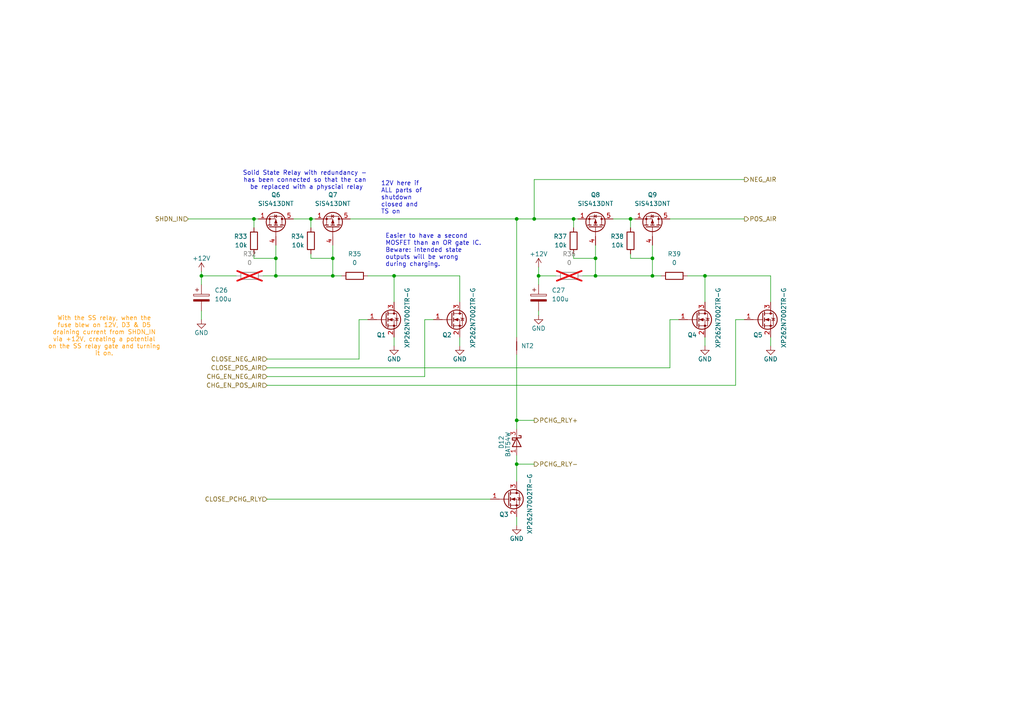
<source format=kicad_sch>
(kicad_sch (version 20231120) (generator "eeschema") (generator_version "8.0")
  (paper "A4")
  (title_block (title "TSAC Relay Controller") (date "2023-04-27") (rev "2.0.0") (company "SUFST - Southampton University Formula Student Team") (comment 1 "STAG 9") (comment 2 "Tim Brewis") (comment 3 "Max O'Brien, Marek Frodyma"))
  (lib_symbols
    (symbol "Device:C_Polarized" (pin_numbers hide) (pin_names (offset 0.254))
      (property "Reference" "C" (at 0.635 2.54 0))
      (property "Value" "C_Polarized" (at 0.635 -2.54 0))
      (symbol "C_Polarized_0_1"
        (rectangle (start -2.286 0.508) (end 2.286 1.016))
        (polyline (pts (xy -1.778 2.286) (xy -0.762 2.286)))
        (polyline (pts (xy -1.27 2.794) (xy -1.27 1.778)))
        (rectangle (start 2.286 -0.508) (end -2.286 -1.016) (fill (type outline)))
      )
      (symbol "C_Polarized_1_1"
        (pin passive line (at 0 3.81 270) (length 2.794) (name "~") (number "1"))
        (pin passive line (at 0 -3.81 90) (length 2.794) (name "~") (number "2"))
      )
    )
    (symbol "Device:NetTie_2" (pin_numbers hide) (pin_names (offset 0) hide) (in_bom no)
      (property "Reference" "NT" (at 0 1.27 0))
      (property "Value" "NetTie_2" (at 0 -1.27 0))
      (symbol "NetTie_2_0_1"
        (polyline (pts (xy -1.27 0) (xy 1.27 0)) (stroke (width 0.254)))
      )
      (symbol "NetTie_2_1_1"
        (pin passive line (at -2.54 0 0) (length 2.54) (name "1") (number "1"))
        (pin passive line (at 2.54 0 180) (length 2.54) (name "2") (number "2"))
      )
    )
    (symbol "Device:Q_NMOS_GSD" (pin_names (offset 0) hide)
      (property "Reference" "Q" (at 5.08 1.27 0))
      (property "Value" "Q_NMOS_GSD" (at 5.08 -1.27 0))
      (symbol "Q_NMOS_GSD_0_1"
        (polyline (pts (xy 0.254 0) (xy -2.54 0)))
        (polyline (pts (xy 0.254 1.905) (xy 0.254 -1.905)) (stroke (width 0.254)))
        (polyline (pts (xy 0.762 -1.27) (xy 0.762 -2.286)) (stroke (width 0.254)))
        (polyline (pts (xy 0.762 0.508) (xy 0.762 -0.508)) (stroke (width 0.254)))
        (polyline (pts (xy 0.762 2.286) (xy 0.762 1.27)) (stroke (width 0.254)))
        (polyline (pts (xy 2.54 2.54) (xy 2.54 1.778)))
        (polyline (pts (xy 2.54 -2.54) (xy 2.54 0) (xy 0.762 0)))
        (polyline (pts (xy 0.762 -1.778) (xy 3.302 -1.778) (xy 3.302 1.778) (xy 0.762 1.778)))
        (polyline (pts (xy 1.016 0) (xy 2.032 0.381) (xy 2.032 -0.381) (xy 1.016 0)) (fill (type outline)))
        (polyline (pts (xy 2.794 0.508) (xy 2.921 0.381) (xy 3.683 0.381) (xy 3.81 0.254)))
        (polyline (pts (xy 3.302 0.381) (xy 2.921 -0.254) (xy 3.683 -0.254) (xy 3.302 0.381)))
        (circle (center 1.651 0) (radius 2.794) (stroke (width 0.254)))
        (circle (center 2.54 -1.778) (radius 0.254) (fill (type outline)))
        (circle (center 2.54 1.778) (radius 0.254) (fill (type outline)))
      )
      (symbol "Q_NMOS_GSD_1_1"
        (pin input line (at -5.08 0 0) (length 2.54) (name "G") (number "1"))
        (pin passive line (at 2.54 -5.08 90) (length 2.54) (name "S") (number "2"))
        (pin passive line (at 2.54 5.08 270) (length 2.54) (name "D") (number "3"))
      )
    )
    (symbol "Device:R" (pin_numbers hide) (pin_names (offset 0))
      (property "Reference" "R" (at 2.032 0 90))
      (property "Value" "R" (at 0 0 90))
      (symbol "R_0_1"
        (rectangle (start -1.016 -2.54) (end 1.016 2.54) (stroke (width 0.254)))
      )
      (symbol "R_1_1"
        (pin passive line (at 0 3.81 270) (length 1.27) (name "~") (number "1"))
        (pin passive line (at 0 -3.81 90) (length 1.27) (name "~") (number "2"))
      )
    )
    (symbol "Diode:BAT54W" (pin_names (offset 1.016) hide)
      (property "Reference" "D" (at 0 2.54 0))
      (property "Value" "BAT54W" (at 0 -2.54 0))
      (symbol "BAT54W_0_1"
        (polyline (pts (xy 1.27 0) (xy -1.27 0)))
        (polyline (pts (xy 1.27 1.27) (xy 1.27 -1.27) (xy -1.27 0) (xy 1.27 1.27)) (stroke (width 0.254)))
        (polyline (pts (xy -1.905 0.635) (xy -1.905 1.27) (xy -1.27 1.27) (xy -1.27 -1.27) (xy -0.635 -1.27) (xy -0.635 -0.635)) (stroke (width 0.254)))
      )
      (symbol "BAT54W_1_1"
        (pin passive line (at 3.81 0 180) (length 2.54) (name "A") (number "1"))
        (pin no_connect line (at 0 0 90) (length 2.54) hide (name "NC") (number "2"))
        (pin passive line (at -3.81 0 0) (length 2.54) (name "K") (number "3"))
      )
    )
    (symbol "SUFST:SiS413DNT" (pin_names hide)
      (property "Reference" "Q" (at 5.08 1.905 0))
      (property "Value" "SiS413DNT" (at 5.08 0 0))
      (symbol "SiS413DNT_0_1"
        (polyline (pts (xy 0.254 0) (xy -2.54 0)))
        (polyline (pts (xy 0.254 1.905) (xy 0.254 -1.905)) (stroke (width 0.254)))
        (polyline (pts (xy 0.762 -1.27) (xy 0.762 -2.286)) (stroke (width 0.254)))
        (polyline (pts (xy 0.762 0.508) (xy 0.762 -0.508)) (stroke (width 0.254)))
        (polyline (pts (xy 0.762 2.286) (xy 0.762 1.27)) (stroke (width 0.254)))
        (polyline (pts (xy 2.54 2.54) (xy 2.54 1.778)))
        (polyline (pts (xy 2.54 -2.54) (xy 2.54 0) (xy 0.762 0)))
        (polyline (pts (xy 0.762 1.778) (xy 3.302 1.778) (xy 3.302 -1.778) (xy 0.762 -1.778)))
        (polyline (pts (xy 2.286 0) (xy 1.27 0.381) (xy 1.27 -0.381) (xy 2.286 0)) (fill (type outline)))
        (polyline (pts (xy 2.794 -0.508) (xy 2.921 -0.381) (xy 3.683 -0.381) (xy 3.81 -0.254)))
        (polyline (pts (xy 3.302 -0.381) (xy 2.921 0.254) (xy 3.683 0.254) (xy 3.302 -0.381)))
        (circle (center 1.651 0) (radius 2.794) (stroke (width 0.254)))
        (circle (center 2.54 -1.778) (radius 0.254) (fill (type outline)))
        (circle (center 2.54 1.778) (radius 0.254) (fill (type outline)))
      )
      (symbol "SiS413DNT_1_1"
        (pin passive line (at 2.54 -5.08 90) (length 2.54) (name "S") (number "1"))
        (pin passive line (at 2.54 -5.08 90) (length 2.54) hide (name "S") (number "2"))
        (pin passive line (at 2.54 -5.08 90) (length 2.54) hide (name "S") (number "3"))
        (pin passive line (at -5.08 0 0) (length 2.54) (name "G") (number "4"))
        (pin passive line (at 2.54 5.08 270) (length 2.54) (name "D") (number "5"))
      )
    )
    (symbol "power:+12V" (power) (pin_names (offset 0))
      (property "Value" "+12V" (at 0 3.556 0))
      (symbol "+12V_0_1"
        (polyline (pts (xy -0.762 1.27) (xy 0 2.54)))
        (polyline (pts (xy 0 0) (xy 0 2.54)))
        (polyline (pts (xy 0 2.54) (xy 0.762 1.27)))
      )
      (symbol "+12V_1_1"
        (pin power_in line (at 0 0 90) (length 0) hide (name "+12V") (number "1"))
      )
    )
    (symbol "power:GND" (power) (pin_names (offset 0))
      (property "Value" "GND" (at 0 -3.81 0))
      (symbol "GND_0_1"
        (polyline (pts (xy 0 0) (xy 0 -1.27) (xy 1.27 -1.27) (xy 0 -2.54) (xy -1.27 -1.27) (xy 0 -1.27)))
      )
      (symbol "GND_1_1"
        (pin power_in line (at 0 0 270) (length 0) hide (name "GND") (number "1"))
      )
    )
  )
  (junction (at 154.94 63.5))
  (junction (at 96.52 74.93))
  (junction (at 149.86 134.62))
  (junction (at 172.72 80.01))
  (junction (at 58.42 80.01))
  (junction (at 114.3 80.01))
  (junction (at 204.47 80.01))
  (junction (at 149.86 63.5))
  (junction (at 90.17 63.5))
  (junction (at 166.37 63.5))
  (junction (at 189.23 80.01))
  (junction (at 182.88 63.5))
  (junction (at 80.01 80.01))
  (junction (at 149.86 121.92))
  (junction (at 96.52 80.01))
  (junction (at 172.72 74.93))
  (junction (at 80.01 74.93))
  (junction (at 189.23 74.93))
  (junction (at 73.66 63.5))
  (junction (at 156.21 80.01))
  (wire (pts (xy 90.17 73.66) (xy 90.17 74.93)))
  (wire (pts (xy 156.21 80.01) (xy 156.21 82.55)))
  (wire (pts (xy 154.94 63.5) (xy 149.86 63.5)))
  (wire (pts (xy 194.31 63.5) (xy 215.9 63.5)))
  (wire (pts (xy 76.2 80.01) (xy 80.01 80.01)))
  (wire (pts (xy 58.42 80.01) (xy 58.42 82.55)))
  (wire (pts (xy 58.42 90.17) (xy 58.42 92.71)))
  (wire (pts (xy 177.8 63.5) (xy 182.88 63.5)))
  (wire (pts (xy 213.36 92.71) (xy 215.9 92.71)))
  (wire (pts (xy 133.35 87.63) (xy 133.35 80.01)))
  (wire (pts (xy 77.47 111.76) (xy 213.36 111.76)))
  (wire (pts (xy 114.3 80.01) (xy 133.35 80.01)))
  (wire (pts (xy 80.01 74.93) (xy 80.01 80.01)))
  (wire (pts (xy 104.14 92.71) (xy 104.14 104.14)))
  (wire (pts (xy 149.86 102.87) (xy 149.86 121.92)))
  (wire (pts (xy 166.37 63.5) (xy 167.64 63.5)))
  (wire (pts (xy 90.17 63.5) (xy 90.17 66.04)))
  (wire (pts (xy 172.72 74.93) (xy 172.72 80.01)))
  (wire (pts (xy 223.52 97.79) (xy 223.52 100.33)))
  (wire (pts (xy 77.47 144.78) (xy 142.24 144.78)))
  (wire (pts (xy 166.37 66.04) (xy 166.37 63.5)))
  (wire (pts (xy 149.86 121.92) (xy 149.86 124.46)))
  (wire (pts (xy 106.68 92.71) (xy 104.14 92.71)))
  (wire (pts (xy 149.86 132.08) (xy 149.86 134.62)))
  (wire (pts (xy 182.88 63.5) (xy 182.88 66.04)))
  (wire (pts (xy 194.31 106.68) (xy 194.31 92.71)))
  (wire (pts (xy 204.47 97.79) (xy 204.47 100.33)))
  (wire (pts (xy 73.66 73.66) (xy 73.66 74.93)))
  (wire (pts (xy 96.52 80.01) (xy 99.06 80.01)))
  (wire (pts (xy 77.47 106.68) (xy 194.31 106.68)))
  (wire (pts (xy 77.47 109.22) (xy 123.19 109.22)))
  (wire (pts (xy 168.91 80.01) (xy 172.72 80.01)))
  (wire (pts (xy 96.52 74.93) (xy 96.52 71.12)))
  (wire (pts (xy 189.23 74.93) (xy 189.23 80.01)))
  (wire (pts (xy 58.42 78.74) (xy 58.42 80.01)))
  (wire (pts (xy 58.42 80.01) (xy 68.58 80.01)))
  (wire (pts (xy 133.35 97.79) (xy 133.35 100.33)))
  (wire (pts (xy 194.31 92.71) (xy 196.85 92.71)))
  (wire (pts (xy 223.52 80.01) (xy 223.52 87.63)))
  (wire (pts (xy 149.86 63.5) (xy 149.86 97.79)))
  (wire (pts (xy 96.52 80.01) (xy 80.01 80.01)))
  (wire (pts (xy 85.09 63.5) (xy 90.17 63.5)))
  (wire (pts (xy 154.94 63.5) (xy 166.37 63.5)))
  (wire (pts (xy 204.47 80.01) (xy 204.47 87.63)))
  (wire (pts (xy 90.17 74.93) (xy 96.52 74.93)))
  (wire (pts (xy 166.37 74.93) (xy 172.72 74.93)))
  (wire (pts (xy 73.66 66.04) (xy 73.66 63.5)))
  (wire (pts (xy 156.21 77.47) (xy 156.21 80.01)))
  (wire (pts (xy 114.3 80.01) (xy 114.3 87.63)))
  (wire (pts (xy 73.66 74.93) (xy 80.01 74.93)))
  (wire (pts (xy 96.52 74.93) (xy 96.52 80.01)))
  (wire (pts (xy 182.88 73.66) (xy 182.88 74.93)))
  (wire (pts (xy 123.19 92.71) (xy 125.73 92.71)))
  (wire (pts (xy 189.23 80.01) (xy 191.77 80.01)))
  (wire (pts (xy 149.86 121.92) (xy 154.94 121.92)))
  (wire (pts (xy 154.94 52.07) (xy 154.94 63.5)))
  (wire (pts (xy 156.21 90.17) (xy 156.21 91.44)))
  (wire (pts (xy 149.86 149.86) (xy 149.86 152.4)))
  (wire (pts (xy 204.47 80.01) (xy 223.52 80.01)))
  (wire (pts (xy 154.94 52.07) (xy 215.9 52.07)))
  (wire (pts (xy 80.01 74.93) (xy 80.01 71.12)))
  (wire (pts (xy 149.86 134.62) (xy 154.94 134.62)))
  (wire (pts (xy 77.47 104.14) (xy 104.14 104.14)))
  (wire (pts (xy 90.17 63.5) (xy 91.44 63.5)))
  (wire (pts (xy 189.23 74.93) (xy 189.23 71.12)))
  (wire (pts (xy 156.21 80.01) (xy 161.29 80.01)))
  (wire (pts (xy 114.3 97.79) (xy 114.3 100.33)))
  (wire (pts (xy 101.6 63.5) (xy 149.86 63.5)))
  (wire (pts (xy 199.39 80.01) (xy 204.47 80.01)))
  (wire (pts (xy 189.23 80.01) (xy 172.72 80.01)))
  (wire (pts (xy 182.88 74.93) (xy 189.23 74.93)))
  (wire (pts (xy 54.61 63.5) (xy 73.66 63.5)))
  (wire (pts (xy 73.66 63.5) (xy 74.93 63.5)))
  (wire (pts (xy 149.86 134.62) (xy 149.86 139.7)))
  (wire (pts (xy 182.88 63.5) (xy 184.15 63.5)))
  (wire (pts (xy 213.36 92.71) (xy 213.36 111.76)))
  (wire (pts (xy 123.19 92.71) (xy 123.19 109.22)))
  (wire (pts (xy 106.68 80.01) (xy 114.3 80.01)))
  (wire (pts (xy 172.72 74.93) (xy 172.72 71.12)))
  (wire (pts (xy 166.37 73.66) (xy 166.37 74.93)))
  (text "12V here if \nALL parts of\nshutdown \nclosed and \nTS on" (at 110.49 62.23 0) (effects (font (size 1.27 1.27)) (justify left bottom)))
  (text "Solid State Relay with redundancy - \nhas been connected so that the can \nbe replaced with a physcial relay" (at 88.9 52.324 0) (effects (font (size 1.27 1.27))))
  (text "Easier to have a second\nMOSFET than an OR gate IC.\nBeware: intended state\noutputs will be wrong\nduring charging." (at 111.76 77.47 0) (effects (font (size 1.27 1.27)) (justify left bottom)))
  (text "With the SS relay, when the\nfuse blew on 12V, D3 & D5\ndraining current from SHDN_IN\nvia +12V, creating a potential\non the SS relay gate and turning\nit on." (at 30.226 97.536 0) (effects (font (size 1.27 1.27))))
  (hierarchical_label "CLOSE_NEG_AIR" (shape input) (at 77.47 104.14 180))
  (hierarchical_label "CLOSE_PCHG_RLY" (shape input) (at 77.47 144.78 180))
  (hierarchical_label "PCHG_RLY-" (shape output) (at 154.94 134.62 0))
  (hierarchical_label "PCHG_RLY+" (shape output) (at 154.94 121.92 0))
  (hierarchical_label "POS_AIR" (shape output) (at 215.9 63.5 0))
  (hierarchical_label "CLOSE_POS_AIR" (shape input) (at 77.47 106.68 180))
  (hierarchical_label "NEG_AIR" (shape output) (at 215.9 52.07 0))
  (hierarchical_label "CHG_EN_POS_AIR" (shape input) (at 77.47 111.76 180))
  (hierarchical_label "CHG_EN_NEG_AIR" (shape input) (at 77.47 109.22 180))
  (hierarchical_label "SHDN_IN" (shape input) (at 54.61 63.5 180))
  (symbol (lib_id "power:+12V") (at 58.42 78.74 0) (unit 1)
    (property "Reference" "#PWR048" (effects (hide yes)))
    (property "Value" "+12V" (at 58.42 74.93 0))
  )
  (symbol (lib_id "Device:R") (at 102.87 80.01 90) (unit 1)
    (property "Reference" "R35" (at 102.87 73.66 90))
    (property "Value" "0" (at 102.87 76.2 90))
    (property "Footprint" "Resistor_SMD:R_0805_2012Metric_Pad1.20x1.40mm_HandSolder" (effects (hide yes)))
  )
  (symbol (lib_id "power:GND") (at 156.21 91.44 0) (unit 1)
    (property "Reference" "#PWR054" (effects (hide yes)))
    (property "Value" "GND" (at 156.21 95.25 0))
  )
  (symbol (lib_id "Device:Q_NMOS_GSD") (at 111.76 92.71 0) (unit 1)
    (property "Reference" "Q1" (at 109.22 97.155 0) (effects (justify left)))
    (property "Value" "XP262N7002TR-G" (at 118.11 100.965 90) (effects (justify left)))
    (property "Footprint" "Package_TO_SOT_SMD:SOT-23" (effects (hide yes)))
    (property "Order Code" "865-XP262N7002TR-G" (effects (hide yes)))
    (property "Supplier" "Mouser" (effects (hide yes)))
  )
  (symbol (lib_id "Device:Q_NMOS_GSD") (at 201.93 92.71 0) (unit 1)
    (property "Reference" "Q4" (at 199.39 97.155 0) (effects (justify left)))
    (property "Value" "XP262N7002TR-G" (at 208.28 100.965 90) (effects (justify left)))
    (property "Footprint" "Package_TO_SOT_SMD:SOT-23" (effects (hide yes)))
    (property "Order Code" "865-XP262N7002TR-G" (effects (hide yes)))
    (property "Supplier" "Mouser" (effects (hide yes)))
  )
  (symbol (lib_id "power:GND") (at 204.47 100.33 0) (unit 1)
    (property "Reference" "#PWR055" (effects (hide yes)))
    (property "Value" "GND" (at 204.47 104.14 0))
  )
  (symbol (lib_id "power:GND") (at 133.35 100.33 0) (unit 1)
    (property "Reference" "#PWR051" (effects (hide yes)))
    (property "Value" "GND" (at 133.35 104.14 0))
  )
  (symbol (lib_id "Device:R") (at 165.1 80.01 90) (unit 1) (dnp yes)
    (property "Reference" "R36" (at 165.1 73.66 90))
    (property "Value" "0" (at 165.1 76.2 90))
    (property "Footprint" "Resistor_SMD:R_0805_2012Metric_Pad1.20x1.40mm_HandSolder" (effects (hide yes)))
  )
  (symbol (lib_id "Device:R") (at 73.66 69.85 0) (unit 1)
    (property "Reference" "R33" (at 71.755 68.58 0) (effects (justify right)))
    (property "Value" "10k" (at 71.755 71.12 0) (effects (justify right)))
    (property "Footprint" "Resistor_SMD:R_0805_2012Metric_Pad1.20x1.40mm_HandSolder" (effects (hide yes)))
  )
  (symbol (lib_id "Device:NetTie_2") (at 149.86 100.33 90) (unit 1) (in_bom no)
    (property "Reference" "NT2" (at 151.13 100.3299 90) (effects (justify right)))
    (property "Value" "NetTie_2" (effects (hide yes)))
    (property "Footprint" "NetTie:NetTie-2_SMD_Pad0.5mm" (effects (hide yes)))
  )
  (symbol (lib_id "SUFST:SiS413DNT") (at 189.23 66.04 270) (mirror x) (unit 1)
    (property "Reference" "Q9" (at 189.23 56.515 90))
    (property "Value" "SiS413DNT" (at 189.23 59.055 90))
    (property "Footprint" "Package_SO:Vishay_PowerPAK_1212-8_Single" (effects (hide yes)))
    (property "Order Code" "78-SIS413DN-T1-GE3 " (effects (hide yes)))
    (property "Supplier" "Mouser" (effects (hide yes)))
  )
  (symbol (lib_id "power:GND") (at 114.3 100.33 0) (unit 1)
    (property "Reference" "#PWR050" (effects (hide yes)))
    (property "Value" "GND" (at 114.3 104.14 0))
  )
  (symbol (lib_id "Device:C_Polarized") (at 58.42 86.36 0) (unit 1)
    (property "Reference" "C26" (at 62.23 84.2009 0) (effects (justify left)))
    (property "Value" "100u" (at 62.23 86.7409 0) (effects (justify left)))
    (property "Footprint" "Capacitor_THT:CP_Radial_D5.0mm_P2.00mm" (effects (hide yes)))
  )
  (symbol (lib_id "Device:R") (at 90.17 69.85 0) (unit 1)
    (property "Reference" "R34" (at 88.265 68.58 0) (effects (justify right)))
    (property "Value" "10k" (at 88.265 71.12 0) (effects (justify right)))
    (property "Footprint" "Resistor_SMD:R_0805_2012Metric_Pad1.20x1.40mm_HandSolder" (effects (hide yes)))
  )
  (symbol (lib_id "power:GND") (at 149.86 152.4 0) (unit 1)
    (property "Reference" "#PWR052" (effects (hide yes)))
    (property "Value" "GND" (at 149.86 156.21 0))
  )
  (symbol (lib_id "SUFST:SiS413DNT") (at 96.52 66.04 270) (mirror x) (unit 1)
    (property "Reference" "Q7" (at 96.52 56.515 90))
    (property "Value" "SiS413DNT" (at 96.52 59.055 90))
    (property "Footprint" "Package_SO:Vishay_PowerPAK_1212-8_Single" (effects (hide yes)))
    (property "Order Code" "78-SIS413DN-T1-GE3 " (effects (hide yes)))
    (property "Supplier" "Mouser" (effects (hide yes)))
  )
  (symbol (lib_id "Diode:BAT54W") (at 149.86 128.27 270) (unit 1)
    (property "Reference" "D12" (at 145.415 128.27 0))
    (property "Value" "BAT54W" (at 147.32 128.905 0))
    (property "Footprint" "Package_TO_SOT_SMD:SOT-323_SC-70" (effects (hide yes)))
    (property "Datasheet" "https://assets.nexperia.com/documents/data-sheet/BAT54W_SER.pdf" (effects (hide yes)))
    (property "Order Code" "771-BAT54W-T/R" (effects (hide yes)))
    (property "Supplier" "Mouser" (effects (hide yes)))
  )
  (symbol (lib_id "Device:Q_NMOS_GSD") (at 220.98 92.71 0) (unit 1)
    (property "Reference" "Q5" (at 218.44 97.155 0) (effects (justify left)))
    (property "Value" "XP262N7002TR-G" (at 227.33 100.965 90) (effects (justify left)))
    (property "Footprint" "Package_TO_SOT_SMD:SOT-23" (effects (hide yes)))
    (property "Order Code" "865-XP262N7002TR-G" (effects (hide yes)))
    (property "Supplier" "Mouser" (effects (hide yes)))
  )
  (symbol (lib_id "SUFST:SiS413DNT") (at 80.01 66.04 270) (mirror x) (unit 1)
    (property "Reference" "Q6" (at 80.01 56.515 90))
    (property "Value" "SiS413DNT" (at 80.01 59.055 90))
    (property "Footprint" "Package_SO:Vishay_PowerPAK_1212-8_Single" (effects (hide yes)))
    (property "Order Code" "78-SIS413DN-T1-GE3 " (effects (hide yes)))
    (property "Supplier" "Mouser" (effects (hide yes)))
  )
  (symbol (lib_id "power:GND") (at 58.42 92.71 0) (unit 1)
    (property "Reference" "#PWR049" (effects (hide yes)))
    (property "Value" "GND" (at 58.42 96.52 0))
  )
  (symbol (lib_id "Device:Q_NMOS_GSD") (at 147.32 144.78 0) (unit 1)
    (property "Reference" "Q3" (at 144.78 149.225 0) (effects (justify left)))
    (property "Value" "XP262N7002TR-G" (at 153.67 154.94 90) (effects (justify left)))
    (property "Footprint" "Package_TO_SOT_SMD:SOT-23" (effects (hide yes)))
    (property "Order Code" "865-XP262N7002TR-G" (effects (hide yes)))
    (property "Supplier" "Mouser" (effects (hide yes)))
  )
  (symbol (lib_id "Device:R") (at 195.58 80.01 90) (unit 1)
    (property "Reference" "R39" (at 195.58 73.66 90))
    (property "Value" "0" (at 195.58 76.2 90))
    (property "Footprint" "Resistor_SMD:R_0805_2012Metric_Pad1.20x1.40mm_HandSolder" (effects (hide yes)))
  )
  (symbol (lib_id "power:+12V") (at 156.21 77.47 0) (unit 1)
    (property "Reference" "#PWR053" (effects (hide yes)))
    (property "Value" "+12V" (at 156.21 73.66 0))
  )
  (symbol (lib_id "Device:Q_NMOS_GSD") (at 130.81 92.71 0) (unit 1)
    (property "Reference" "Q2" (at 128.27 97.155 0) (effects (justify left)))
    (property "Value" "XP262N7002TR-G" (at 137.16 100.965 90) (effects (justify left)))
    (property "Footprint" "Package_TO_SOT_SMD:SOT-23" (effects (hide yes)))
    (property "Order Code" "865-XP262N7002TR-G" (effects (hide yes)))
    (property "Supplier" "Mouser" (effects (hide yes)))
  )
  (symbol (lib_id "Device:R") (at 182.88 69.85 0) (unit 1)
    (property "Reference" "R38" (at 180.975 68.58 0) (effects (justify right)))
    (property "Value" "10k" (at 180.975 71.12 0) (effects (justify right)))
    (property "Footprint" "Resistor_SMD:R_0805_2012Metric_Pad1.20x1.40mm_HandSolder" (effects (hide yes)))
  )
  (symbol (lib_id "Device:R") (at 72.39 80.01 90) (unit 1) (dnp yes)
    (property "Reference" "R32" (at 72.39 73.66 90))
    (property "Value" "0" (at 72.39 76.2 90))
    (property "Footprint" "Resistor_SMD:R_0805_2012Metric_Pad1.20x1.40mm_HandSolder" (effects (hide yes)))
  )
  (symbol (lib_id "power:GND") (at 223.52 100.33 0) (unit 1)
    (property "Reference" "#PWR056" (effects (hide yes)))
    (property "Value" "GND" (at 223.52 104.14 0))
  )
  (symbol (lib_id "SUFST:SiS413DNT") (at 172.72 66.04 270) (mirror x) (unit 1)
    (property "Reference" "Q8" (at 172.72 56.515 90))
    (property "Value" "SiS413DNT" (at 172.72 59.055 90))
    (property "Footprint" "Package_SO:Vishay_PowerPAK_1212-8_Single" (effects (hide yes)))
    (property "Order Code" "78-SIS413DN-T1-GE3 " (effects (hide yes)))
    (property "Supplier" "Mouser" (effects (hide yes)))
  )
  (symbol (lib_id "Device:C_Polarized") (at 156.21 86.36 0) (unit 1)
    (property "Reference" "C27" (at 160.02 84.2009 0) (effects (justify left)))
    (property "Value" "100u" (at 160.02 86.7409 0) (effects (justify left)))
    (property "Footprint" "Capacitor_THT:CP_Radial_D5.0mm_P2.00mm" (effects (hide yes)))
  )
  (symbol (lib_id "Device:R") (at 166.37 69.85 0) (unit 1)
    (property "Reference" "R37" (at 164.465 68.58 0) (effects (justify right)))
    (property "Value" "10k" (at 164.465 71.12 0) (effects (justify right)))
    (property "Footprint" "Resistor_SMD:R_0805_2012Metric_Pad1.20x1.40mm_HandSolder" (effects (hide yes)))
  )
)
</source>
